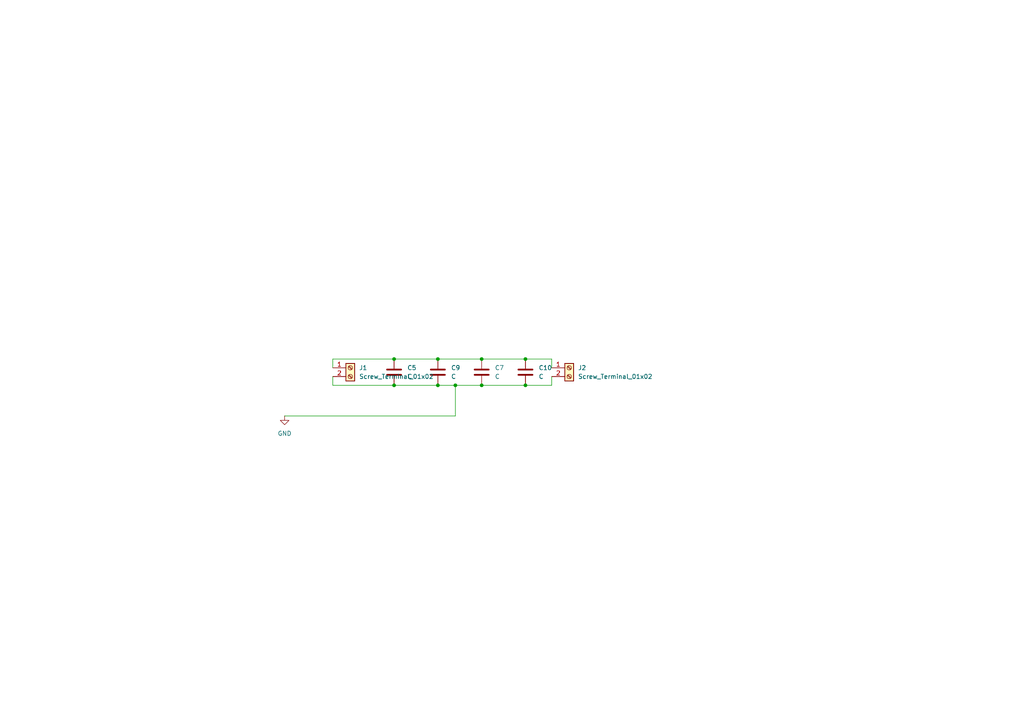
<source format=kicad_sch>
(kicad_sch
	(version 20250114)
	(generator "eeschema")
	(generator_version "9.0")
	(uuid "3b48598d-9de2-4fe4-8107-4f8a30d57750")
	(paper "A4")
	(lib_symbols
		(symbol "Connector:Screw_Terminal_01x02"
			(pin_names
				(offset 1.016)
				(hide yes)
			)
			(exclude_from_sim no)
			(in_bom yes)
			(on_board yes)
			(property "Reference" "J"
				(at 0 2.54 0)
				(effects
					(font
						(size 1.27 1.27)
					)
				)
			)
			(property "Value" "Screw_Terminal_01x02"
				(at 0 -5.08 0)
				(effects
					(font
						(size 1.27 1.27)
					)
				)
			)
			(property "Footprint" ""
				(at 0 0 0)
				(effects
					(font
						(size 1.27 1.27)
					)
					(hide yes)
				)
			)
			(property "Datasheet" "~"
				(at 0 0 0)
				(effects
					(font
						(size 1.27 1.27)
					)
					(hide yes)
				)
			)
			(property "Description" "Generic screw terminal, single row, 01x02, script generated (kicad-library-utils/schlib/autogen/connector/)"
				(at 0 0 0)
				(effects
					(font
						(size 1.27 1.27)
					)
					(hide yes)
				)
			)
			(property "ki_keywords" "screw terminal"
				(at 0 0 0)
				(effects
					(font
						(size 1.27 1.27)
					)
					(hide yes)
				)
			)
			(property "ki_fp_filters" "TerminalBlock*:*"
				(at 0 0 0)
				(effects
					(font
						(size 1.27 1.27)
					)
					(hide yes)
				)
			)
			(symbol "Screw_Terminal_01x02_1_1"
				(rectangle
					(start -1.27 1.27)
					(end 1.27 -3.81)
					(stroke
						(width 0.254)
						(type default)
					)
					(fill
						(type background)
					)
				)
				(polyline
					(pts
						(xy -0.5334 0.3302) (xy 0.3302 -0.508)
					)
					(stroke
						(width 0.1524)
						(type default)
					)
					(fill
						(type none)
					)
				)
				(polyline
					(pts
						(xy -0.5334 -2.2098) (xy 0.3302 -3.048)
					)
					(stroke
						(width 0.1524)
						(type default)
					)
					(fill
						(type none)
					)
				)
				(polyline
					(pts
						(xy -0.3556 0.508) (xy 0.508 -0.3302)
					)
					(stroke
						(width 0.1524)
						(type default)
					)
					(fill
						(type none)
					)
				)
				(polyline
					(pts
						(xy -0.3556 -2.032) (xy 0.508 -2.8702)
					)
					(stroke
						(width 0.1524)
						(type default)
					)
					(fill
						(type none)
					)
				)
				(circle
					(center 0 0)
					(radius 0.635)
					(stroke
						(width 0.1524)
						(type default)
					)
					(fill
						(type none)
					)
				)
				(circle
					(center 0 -2.54)
					(radius 0.635)
					(stroke
						(width 0.1524)
						(type default)
					)
					(fill
						(type none)
					)
				)
				(pin passive line
					(at -5.08 0 0)
					(length 3.81)
					(name "Pin_1"
						(effects
							(font
								(size 1.27 1.27)
							)
						)
					)
					(number "1"
						(effects
							(font
								(size 1.27 1.27)
							)
						)
					)
				)
				(pin passive line
					(at -5.08 -2.54 0)
					(length 3.81)
					(name "Pin_2"
						(effects
							(font
								(size 1.27 1.27)
							)
						)
					)
					(number "2"
						(effects
							(font
								(size 1.27 1.27)
							)
						)
					)
				)
			)
			(embedded_fonts no)
		)
		(symbol "Device:C"
			(pin_numbers
				(hide yes)
			)
			(pin_names
				(offset 0.254)
			)
			(exclude_from_sim no)
			(in_bom yes)
			(on_board yes)
			(property "Reference" "C"
				(at 0.635 2.54 0)
				(effects
					(font
						(size 1.27 1.27)
					)
					(justify left)
				)
			)
			(property "Value" "C"
				(at 0.635 -2.54 0)
				(effects
					(font
						(size 1.27 1.27)
					)
					(justify left)
				)
			)
			(property "Footprint" ""
				(at 0.9652 -3.81 0)
				(effects
					(font
						(size 1.27 1.27)
					)
					(hide yes)
				)
			)
			(property "Datasheet" "~"
				(at 0 0 0)
				(effects
					(font
						(size 1.27 1.27)
					)
					(hide yes)
				)
			)
			(property "Description" "Unpolarized capacitor"
				(at 0 0 0)
				(effects
					(font
						(size 1.27 1.27)
					)
					(hide yes)
				)
			)
			(property "ki_keywords" "cap capacitor"
				(at 0 0 0)
				(effects
					(font
						(size 1.27 1.27)
					)
					(hide yes)
				)
			)
			(property "ki_fp_filters" "C_*"
				(at 0 0 0)
				(effects
					(font
						(size 1.27 1.27)
					)
					(hide yes)
				)
			)
			(symbol "C_0_1"
				(polyline
					(pts
						(xy -2.032 0.762) (xy 2.032 0.762)
					)
					(stroke
						(width 0.508)
						(type default)
					)
					(fill
						(type none)
					)
				)
				(polyline
					(pts
						(xy -2.032 -0.762) (xy 2.032 -0.762)
					)
					(stroke
						(width 0.508)
						(type default)
					)
					(fill
						(type none)
					)
				)
			)
			(symbol "C_1_1"
				(pin passive line
					(at 0 3.81 270)
					(length 2.794)
					(name "~"
						(effects
							(font
								(size 1.27 1.27)
							)
						)
					)
					(number "1"
						(effects
							(font
								(size 1.27 1.27)
							)
						)
					)
				)
				(pin passive line
					(at 0 -3.81 90)
					(length 2.794)
					(name "~"
						(effects
							(font
								(size 1.27 1.27)
							)
						)
					)
					(number "2"
						(effects
							(font
								(size 1.27 1.27)
							)
						)
					)
				)
			)
			(embedded_fonts no)
		)
		(symbol "power:GND"
			(power)
			(pin_numbers
				(hide yes)
			)
			(pin_names
				(offset 0)
				(hide yes)
			)
			(exclude_from_sim no)
			(in_bom yes)
			(on_board yes)
			(property "Reference" "#PWR"
				(at 0 -6.35 0)
				(effects
					(font
						(size 1.27 1.27)
					)
					(hide yes)
				)
			)
			(property "Value" "GND"
				(at 0 -3.81 0)
				(effects
					(font
						(size 1.27 1.27)
					)
				)
			)
			(property "Footprint" ""
				(at 0 0 0)
				(effects
					(font
						(size 1.27 1.27)
					)
					(hide yes)
				)
			)
			(property "Datasheet" ""
				(at 0 0 0)
				(effects
					(font
						(size 1.27 1.27)
					)
					(hide yes)
				)
			)
			(property "Description" "Power symbol creates a global label with name \"GND\" , ground"
				(at 0 0 0)
				(effects
					(font
						(size 1.27 1.27)
					)
					(hide yes)
				)
			)
			(property "ki_keywords" "global power"
				(at 0 0 0)
				(effects
					(font
						(size 1.27 1.27)
					)
					(hide yes)
				)
			)
			(symbol "GND_0_1"
				(polyline
					(pts
						(xy 0 0) (xy 0 -1.27) (xy 1.27 -1.27) (xy 0 -2.54) (xy -1.27 -1.27) (xy 0 -1.27)
					)
					(stroke
						(width 0)
						(type default)
					)
					(fill
						(type none)
					)
				)
			)
			(symbol "GND_1_1"
				(pin power_in line
					(at 0 0 270)
					(length 0)
					(name "~"
						(effects
							(font
								(size 1.27 1.27)
							)
						)
					)
					(number "1"
						(effects
							(font
								(size 1.27 1.27)
							)
						)
					)
				)
			)
			(embedded_fonts no)
		)
	)
	(junction
		(at 114.3 111.76)
		(diameter 0)
		(color 0 0 0 0)
		(uuid "010b3124-a5e7-4b82-b5c6-221f21464113")
	)
	(junction
		(at 139.7 104.14)
		(diameter 0)
		(color 0 0 0 0)
		(uuid "0f1a8efa-71a4-4005-9f86-fb5ad0f76e3f")
	)
	(junction
		(at 152.4 111.76)
		(diameter 0)
		(color 0 0 0 0)
		(uuid "437d9a1e-1b50-448a-ad74-6f3e41256d93")
	)
	(junction
		(at 132.08 111.76)
		(diameter 0)
		(color 0 0 0 0)
		(uuid "58032097-912f-4442-99bb-7be3556344fe")
	)
	(junction
		(at 127 111.76)
		(diameter 0)
		(color 0 0 0 0)
		(uuid "780a56eb-70a7-41e0-89a0-7255fa1eccfc")
	)
	(junction
		(at 127 104.14)
		(diameter 0)
		(color 0 0 0 0)
		(uuid "979f8e3a-74fd-493c-978d-4bdf44edb090")
	)
	(junction
		(at 114.3 104.14)
		(diameter 0)
		(color 0 0 0 0)
		(uuid "9fab91b8-feb0-42b6-95d3-5fd3678d58db")
	)
	(junction
		(at 139.7 111.76)
		(diameter 0)
		(color 0 0 0 0)
		(uuid "c9b8e64b-b315-4d56-9161-b2cb22ae10fd")
	)
	(junction
		(at 152.4 104.14)
		(diameter 0)
		(color 0 0 0 0)
		(uuid "d9520d7f-458f-4b86-b221-01df3a284a4f")
	)
	(wire
		(pts
			(xy 96.52 111.76) (xy 96.52 109.22)
		)
		(stroke
			(width 0)
			(type default)
		)
		(uuid "1521beda-2739-4823-a943-ed468a550c4a")
	)
	(wire
		(pts
			(xy 139.7 104.14) (xy 152.4 104.14)
		)
		(stroke
			(width 0)
			(type default)
		)
		(uuid "18278ea8-4d5a-4c54-87e7-0c03bee36997")
	)
	(wire
		(pts
			(xy 114.3 111.76) (xy 127 111.76)
		)
		(stroke
			(width 0)
			(type default)
		)
		(uuid "2d0f8ebf-ac50-4cd7-b87a-a139b3906d0d")
	)
	(wire
		(pts
			(xy 132.08 120.65) (xy 132.08 111.76)
		)
		(stroke
			(width 0)
			(type default)
		)
		(uuid "2ec50b04-9413-4919-9f20-c15f1edc7b6e")
	)
	(wire
		(pts
			(xy 160.02 111.76) (xy 152.4 111.76)
		)
		(stroke
			(width 0)
			(type default)
		)
		(uuid "47795b86-401c-44fe-96b2-06d7cc159fea")
	)
	(wire
		(pts
			(xy 114.3 111.76) (xy 96.52 111.76)
		)
		(stroke
			(width 0)
			(type default)
		)
		(uuid "554a0bc1-52e6-4fee-8458-bbd633ab6d25")
	)
	(wire
		(pts
			(xy 160.02 104.14) (xy 152.4 104.14)
		)
		(stroke
			(width 0)
			(type default)
		)
		(uuid "664c6be7-3433-4d7f-b3e6-67b299e1cc64")
	)
	(wire
		(pts
			(xy 114.3 104.14) (xy 127 104.14)
		)
		(stroke
			(width 0)
			(type default)
		)
		(uuid "6f5b7b04-34a2-4119-8d57-83aea74d1806")
	)
	(wire
		(pts
			(xy 132.08 111.76) (xy 139.7 111.76)
		)
		(stroke
			(width 0)
			(type default)
		)
		(uuid "781c12b8-984e-495e-93dd-844b0e0183d2")
	)
	(wire
		(pts
			(xy 82.55 120.65) (xy 132.08 120.65)
		)
		(stroke
			(width 0)
			(type default)
		)
		(uuid "b1517d56-1776-424e-af3e-3d648202a93c")
	)
	(wire
		(pts
			(xy 139.7 111.76) (xy 152.4 111.76)
		)
		(stroke
			(width 0)
			(type default)
		)
		(uuid "bef283f2-05fc-4d30-acc6-427e94bb0115")
	)
	(wire
		(pts
			(xy 160.02 109.22) (xy 160.02 111.76)
		)
		(stroke
			(width 0)
			(type default)
		)
		(uuid "d682ac66-58fa-4fa0-87a1-76db4311fe34")
	)
	(wire
		(pts
			(xy 127 111.76) (xy 132.08 111.76)
		)
		(stroke
			(width 0)
			(type default)
		)
		(uuid "dba06b3e-8292-4fed-9b7c-f0904dd70718")
	)
	(wire
		(pts
			(xy 127 104.14) (xy 139.7 104.14)
		)
		(stroke
			(width 0)
			(type default)
		)
		(uuid "de556ab0-b3dd-4cdc-acc2-c9fc5e9252e5")
	)
	(wire
		(pts
			(xy 160.02 106.68) (xy 160.02 104.14)
		)
		(stroke
			(width 0)
			(type default)
		)
		(uuid "dfb9d8f0-a745-4955-b5df-955215c62ccd")
	)
	(wire
		(pts
			(xy 96.52 104.14) (xy 114.3 104.14)
		)
		(stroke
			(width 0)
			(type default)
		)
		(uuid "e798007c-272f-405c-9913-c7af2c785245")
	)
	(wire
		(pts
			(xy 96.52 106.68) (xy 96.52 104.14)
		)
		(stroke
			(width 0)
			(type default)
		)
		(uuid "f69cabbd-9932-4384-94e0-28d032c35049")
	)
	(symbol
		(lib_id "Device:C")
		(at 152.4 107.95 0)
		(unit 1)
		(exclude_from_sim no)
		(in_bom yes)
		(on_board yes)
		(dnp no)
		(fields_autoplaced yes)
		(uuid "04ff6cbc-65bc-4dde-839e-b82ba04ce40d")
		(property "Reference" "C10"
			(at 156.21 106.6799 0)
			(effects
				(font
					(size 1.27 1.27)
				)
				(justify left)
			)
		)
		(property "Value" "C"
			(at 156.21 109.2199 0)
			(effects
				(font
					(size 1.27 1.27)
				)
				(justify left)
			)
		)
		(property "Footprint" "Capacitor_THT:CP_Radial_D30.0mm_P10.00mm_SnapIn"
			(at 153.3652 111.76 0)
			(effects
				(font
					(size 1.27 1.27)
				)
				(hide yes)
			)
		)
		(property "Datasheet" "~"
			(at 152.4 107.95 0)
			(effects
				(font
					(size 1.27 1.27)
				)
				(hide yes)
			)
		)
		(property "Description" "Unpolarized capacitor"
			(at 152.4 107.95 0)
			(effects
				(font
					(size 1.27 1.27)
				)
				(hide yes)
			)
		)
		(pin "2"
			(uuid "2c2207cd-53b7-4b44-b695-fe51b09e3c92")
		)
		(pin "1"
			(uuid "1a25aee5-1f23-4c2b-9838-8dcde805f11d")
		)
		(instances
			(project ""
				(path "/3b48598d-9de2-4fe4-8107-4f8a30d57750"
					(reference "C10")
					(unit 1)
				)
			)
		)
	)
	(symbol
		(lib_id "Connector:Screw_Terminal_01x02")
		(at 165.1 106.68 0)
		(unit 1)
		(exclude_from_sim no)
		(in_bom yes)
		(on_board yes)
		(dnp no)
		(fields_autoplaced yes)
		(uuid "1ee13379-2f2d-44c9-8dcb-16c360b9c60d")
		(property "Reference" "J2"
			(at 167.64 106.6799 0)
			(effects
				(font
					(size 1.27 1.27)
				)
				(justify left)
			)
		)
		(property "Value" "Screw_Terminal_01x02"
			(at 167.64 109.2199 0)
			(effects
				(font
					(size 1.27 1.27)
				)
				(justify left)
			)
		)
		(property "Footprint" "TerminalBlock:TerminalBlock_Altech_AK300-2_P5.00mm"
			(at 165.1 106.68 0)
			(effects
				(font
					(size 1.27 1.27)
				)
				(hide yes)
			)
		)
		(property "Datasheet" "~"
			(at 165.1 106.68 0)
			(effects
				(font
					(size 1.27 1.27)
				)
				(hide yes)
			)
		)
		(property "Description" "Generic screw terminal, single row, 01x02, script generated (kicad-library-utils/schlib/autogen/connector/)"
			(at 165.1 106.68 0)
			(effects
				(font
					(size 1.27 1.27)
				)
				(hide yes)
			)
		)
		(pin "2"
			(uuid "5c178c0f-2021-465e-8927-b65de2a5b754")
		)
		(pin "1"
			(uuid "4b245e9f-8478-4089-80ff-8e05a0fe6880")
		)
		(instances
			(project ""
				(path "/3b48598d-9de2-4fe4-8107-4f8a30d57750"
					(reference "J2")
					(unit 1)
				)
			)
		)
	)
	(symbol
		(lib_id "Device:C")
		(at 114.3 107.95 0)
		(unit 1)
		(exclude_from_sim no)
		(in_bom yes)
		(on_board yes)
		(dnp no)
		(fields_autoplaced yes)
		(uuid "326fdc9f-3cb6-4f08-936e-ca755c6dc256")
		(property "Reference" "C5"
			(at 118.11 106.6799 0)
			(effects
				(font
					(size 1.27 1.27)
				)
				(justify left)
			)
		)
		(property "Value" "C"
			(at 118.11 109.2199 0)
			(effects
				(font
					(size 1.27 1.27)
				)
				(justify left)
			)
		)
		(property "Footprint" "Capacitor_THT:CP_Radial_D30.0mm_P10.00mm_SnapIn"
			(at 115.2652 111.76 0)
			(effects
				(font
					(size 1.27 1.27)
				)
				(hide yes)
			)
		)
		(property "Datasheet" "~"
			(at 114.3 107.95 0)
			(effects
				(font
					(size 1.27 1.27)
				)
				(hide yes)
			)
		)
		(property "Description" "Unpolarized capacitor"
			(at 114.3 107.95 0)
			(effects
				(font
					(size 1.27 1.27)
				)
				(hide yes)
			)
		)
		(pin "1"
			(uuid "d9247bf3-963a-4799-aaa7-4d12beabfdad")
		)
		(pin "2"
			(uuid "ec4a5459-68b0-4f7f-a872-e133805b99fb")
		)
		(instances
			(project ""
				(path "/3b48598d-9de2-4fe4-8107-4f8a30d57750"
					(reference "C5")
					(unit 1)
				)
			)
		)
	)
	(symbol
		(lib_id "Device:C")
		(at 139.7 107.95 0)
		(unit 1)
		(exclude_from_sim no)
		(in_bom yes)
		(on_board yes)
		(dnp no)
		(fields_autoplaced yes)
		(uuid "9a88c08c-4094-4ac7-8b1d-f9f15d9fc534")
		(property "Reference" "C7"
			(at 143.51 106.6799 0)
			(effects
				(font
					(size 1.27 1.27)
				)
				(justify left)
			)
		)
		(property "Value" "C"
			(at 143.51 109.2199 0)
			(effects
				(font
					(size 1.27 1.27)
				)
				(justify left)
			)
		)
		(property "Footprint" "Capacitor_THT:CP_Radial_D30.0mm_P10.00mm_SnapIn"
			(at 140.6652 111.76 0)
			(effects
				(font
					(size 1.27 1.27)
				)
				(hide yes)
			)
		)
		(property "Datasheet" "~"
			(at 139.7 107.95 0)
			(effects
				(font
					(size 1.27 1.27)
				)
				(hide yes)
			)
		)
		(property "Description" "Unpolarized capacitor"
			(at 139.7 107.95 0)
			(effects
				(font
					(size 1.27 1.27)
				)
				(hide yes)
			)
		)
		(pin "1"
			(uuid "db260ff7-0af4-4c0d-aaf8-7a78e206e6bf")
		)
		(pin "2"
			(uuid "ddf2e866-cb23-47dd-abdf-4de274ff93a3")
		)
		(instances
			(project ""
				(path "/3b48598d-9de2-4fe4-8107-4f8a30d57750"
					(reference "C7")
					(unit 1)
				)
			)
		)
	)
	(symbol
		(lib_id "power:GND")
		(at 82.55 120.65 0)
		(unit 1)
		(exclude_from_sim no)
		(in_bom yes)
		(on_board yes)
		(dnp no)
		(fields_autoplaced yes)
		(uuid "a5a9cb50-ae20-4c67-862c-32fb493a461a")
		(property "Reference" "#PWR01"
			(at 82.55 127 0)
			(effects
				(font
					(size 1.27 1.27)
				)
				(hide yes)
			)
		)
		(property "Value" "GND"
			(at 82.55 125.73 0)
			(effects
				(font
					(size 1.27 1.27)
				)
			)
		)
		(property "Footprint" ""
			(at 82.55 120.65 0)
			(effects
				(font
					(size 1.27 1.27)
				)
				(hide yes)
			)
		)
		(property "Datasheet" ""
			(at 82.55 120.65 0)
			(effects
				(font
					(size 1.27 1.27)
				)
				(hide yes)
			)
		)
		(property "Description" "Power symbol creates a global label with name \"GND\" , ground"
			(at 82.55 120.65 0)
			(effects
				(font
					(size 1.27 1.27)
				)
				(hide yes)
			)
		)
		(pin "1"
			(uuid "523378c8-d679-4d04-8552-b783a8b92d10")
		)
		(instances
			(project ""
				(path "/3b48598d-9de2-4fe4-8107-4f8a30d57750"
					(reference "#PWR01")
					(unit 1)
				)
			)
		)
	)
	(symbol
		(lib_id "Connector:Screw_Terminal_01x02")
		(at 101.6 106.68 0)
		(unit 1)
		(exclude_from_sim no)
		(in_bom yes)
		(on_board yes)
		(dnp no)
		(fields_autoplaced yes)
		(uuid "b5e4358d-6811-426d-ae7f-a26b7ad2e279")
		(property "Reference" "J1"
			(at 104.14 106.6799 0)
			(effects
				(font
					(size 1.27 1.27)
				)
				(justify left)
			)
		)
		(property "Value" "Screw_Terminal_01x02"
			(at 104.14 109.2199 0)
			(effects
				(font
					(size 1.27 1.27)
				)
				(justify left)
			)
		)
		(property "Footprint" "TerminalBlock:TerminalBlock_Altech_AK300-2_P5.00mm"
			(at 101.6 106.68 0)
			(effects
				(font
					(size 1.27 1.27)
				)
				(hide yes)
			)
		)
		(property "Datasheet" "~"
			(at 101.6 106.68 0)
			(effects
				(font
					(size 1.27 1.27)
				)
				(hide yes)
			)
		)
		(property "Description" "Generic screw terminal, single row, 01x02, script generated (kicad-library-utils/schlib/autogen/connector/)"
			(at 101.6 106.68 0)
			(effects
				(font
					(size 1.27 1.27)
				)
				(hide yes)
			)
		)
		(pin "1"
			(uuid "ac86307f-10e4-4690-b848-f192ddd0e1b5")
		)
		(pin "2"
			(uuid "1671ec16-79e3-4960-8cf2-d1575450c4a5")
		)
		(instances
			(project ""
				(path "/3b48598d-9de2-4fe4-8107-4f8a30d57750"
					(reference "J1")
					(unit 1)
				)
			)
		)
	)
	(symbol
		(lib_id "Device:C")
		(at 127 107.95 0)
		(unit 1)
		(exclude_from_sim no)
		(in_bom yes)
		(on_board yes)
		(dnp no)
		(fields_autoplaced yes)
		(uuid "ce849a18-75b1-4c74-93ac-8b1b3f78be72")
		(property "Reference" "C9"
			(at 130.81 106.6799 0)
			(effects
				(font
					(size 1.27 1.27)
				)
				(justify left)
			)
		)
		(property "Value" "C"
			(at 130.81 109.2199 0)
			(effects
				(font
					(size 1.27 1.27)
				)
				(justify left)
			)
		)
		(property "Footprint" "Capacitor_THT:CP_Radial_D30.0mm_P10.00mm_SnapIn"
			(at 127.9652 111.76 0)
			(effects
				(font
					(size 1.27 1.27)
				)
				(hide yes)
			)
		)
		(property "Datasheet" "~"
			(at 127 107.95 0)
			(effects
				(font
					(size 1.27 1.27)
				)
				(hide yes)
			)
		)
		(property "Description" "Unpolarized capacitor"
			(at 127 107.95 0)
			(effects
				(font
					(size 1.27 1.27)
				)
				(hide yes)
			)
		)
		(pin "1"
			(uuid "6b161ea2-4a44-47b4-bb25-1a0e125ccffa")
		)
		(pin "2"
			(uuid "730522a0-542b-47a9-ae48-06b3a7e5b437")
		)
		(instances
			(project ""
				(path "/3b48598d-9de2-4fe4-8107-4f8a30d57750"
					(reference "C9")
					(unit 1)
				)
			)
		)
	)
	(sheet_instances
		(path "/"
			(page "1")
		)
	)
	(embedded_fonts no)
)

</source>
